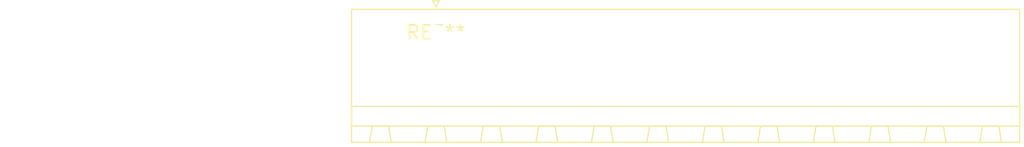
<source format=kicad_pcb>
(kicad_pcb (version 20240108) (generator pcbnew)
  (layers (0 "F.Cu" signal) (31 "B.Cu" signal) (34 "B.Paste" user) (35 "F.Paste" user) (36 "B.SilkS" user "B.Silkscreen") (37 "F.SilkS" user "F.Silkscreen") (38 "B.Mask" user) (39 "F.Mask" user) (44 "Edge.Cuts" user))
  (net 0 "")
  (footprint "PhoenixContact_MSTB_2,5_10-GF-5,08_1x10_P5.08mm_Horizontal_ThreadedFlange" (layer "F.Cu") (at 0 0)
    (property "Reference" "REF**")
    (property "Value" "PhoenixContact_MSTB_2,5_10-GF-5,08_1x10_P5.08mm_Horizontal_ThreadedFlange")
    (fp_line (start -7.73 -2.11) (end -7.73 10.11) (layer "F.SilkS") (stroke (width 0.12)))
    (fp_line (start -7.73 6.81) (end 53.45 6.81) (layer "F.SilkS") (stroke (width 0.12)))
    (fp_line (start -7.73 8.61) (end -7.73 6.81) (layer "F.SilkS") (stroke (width 0.12)))
    (fp_line (start -7.73 10.11) (end 53.45 10.11) (layer "F.SilkS") (stroke (width 0.12)))
    (fp_line (start -6.08 10.11) (end -4.08 10.11) (layer "F.SilkS") (stroke (width 0.12)))
    (fp_line (start -5.83 8.61) (end -6.08 10.11) (layer "F.SilkS") (stroke (width 0.12)))
    (fp_line (start -4.33 8.61) (end -5.83 8.61) (layer "F.SilkS") (stroke (width 0.12)))
    (fp_line (start -4.08 10.11) (end -4.33 8.61) (layer "F.SilkS") (stroke (width 0.12)))
    (fp_line (start -1 10.11) (end 1 10.11) (layer "F.SilkS") (stroke (width 0.12)))
    (fp_line (start -0.75 8.61) (end -1 10.11) (layer "F.SilkS") (stroke (width 0.12)))
    (fp_line (start -0.3 -2.91) (end 0.3 -2.91) (layer "F.SilkS") (stroke (width 0.12)))
    (fp_line (start 0 -2.31) (end -0.3 -2.91) (layer "F.SilkS") (stroke (width 0.12)))
    (fp_line (start 0.3 -2.91) (end 0 -2.31) (layer "F.SilkS") (stroke (width 0.12)))
    (fp_line (start 0.75 8.61) (end -0.75 8.61) (layer "F.SilkS") (stroke (width 0.12)))
    (fp_line (start 1 10.11) (end 0.75 8.61) (layer "F.SilkS") (stroke (width 0.12)))
    (fp_line (start 4.08 10.11) (end 6.08 10.11) (layer "F.SilkS") (stroke (width 0.12)))
    (fp_line (start 4.33 8.61) (end 4.08 10.11) (layer "F.SilkS") (stroke (width 0.12)))
    (fp_line (start 5.83 8.61) (end 4.33 8.61) (layer "F.SilkS") (stroke (width 0.12)))
    (fp_line (start 6.08 10.11) (end 5.83 8.61) (layer "F.SilkS") (stroke (width 0.12)))
    (fp_line (start 9.16 10.11) (end 11.16 10.11) (layer "F.SilkS") (stroke (width 0.12)))
    (fp_line (start 9.41 8.61) (end 9.16 10.11) (layer "F.SilkS") (stroke (width 0.12)))
    (fp_line (start 10.91 8.61) (end 9.41 8.61) (layer "F.SilkS") (stroke (width 0.12)))
    (fp_line (start 11.16 10.11) (end 10.91 8.61) (layer "F.SilkS") (stroke (width 0.12)))
    (fp_line (start 14.24 10.11) (end 16.24 10.11) (layer "F.SilkS") (stroke (width 0.12)))
    (fp_line (start 14.49 8.61) (end 14.24 10.11) (layer "F.SilkS") (stroke (width 0.12)))
    (fp_line (start 15.99 8.61) (end 14.49 8.61) (layer "F.SilkS") (stroke (width 0.12)))
    (fp_line (start 16.24 10.11) (end 15.99 8.61) (layer "F.SilkS") (stroke (width 0.12)))
    (fp_line (start 19.32 10.11) (end 21.32 10.11) (layer "F.SilkS") (stroke (width 0.12)))
    (fp_line (start 19.57 8.61) (end 19.32 10.11) (layer "F.SilkS") (stroke (width 0.12)))
    (fp_line (start 21.07 8.61) (end 19.57 8.61) (layer "F.SilkS") (stroke (width 0.12)))
    (fp_line (start 21.32 10.11) (end 21.07 8.61) (layer "F.SilkS") (stroke (width 0.12)))
    (fp_line (start 24.4 10.11) (end 26.4 10.11) (layer "F.SilkS") (stroke (width 0.12)))
    (fp_line (start 24.65 8.61) (end 24.4 10.11) (layer "F.SilkS") (stroke (width 0.12)))
    (fp_line (start 26.15 8.61) (end 24.65 8.61) (layer "F.SilkS") (stroke (width 0.12)))
    (fp_line (start 26.4 10.11) (end 26.15 8.61) (layer "F.SilkS") (stroke (width 0.12)))
    (fp_line (start 29.48 10.11) (end 31.48 10.11) (layer "F.SilkS") (stroke (width 0.12)))
    (fp_line (start 29.73 8.61) (end 29.48 10.11) (layer "F.SilkS") (stroke (width 0.12)))
    (fp_line (start 31.23 8.61) (end 29.73 8.61) (layer "F.SilkS") (stroke (width 0.12)))
    (fp_line (start 31.48 10.11) (end 31.23 8.61) (layer "F.SilkS") (stroke (width 0.12)))
    (fp_line (start 34.56 10.11) (end 36.56 10.11) (layer "F.SilkS") (stroke (width 0.12)))
    (fp_line (start 34.81 8.61) (end 34.56 10.11) (layer "F.SilkS") (stroke (width 0.12)))
    (fp_line (start 36.31 8.61) (end 34.81 8.61) (layer "F.SilkS") (stroke (width 0.12)))
    (fp_line (start 36.56 10.11) (end 36.31 8.61) (layer "F.SilkS") (stroke (width 0.12)))
    (fp_line (start 39.64 10.11) (end 41.64 10.11) (layer "F.SilkS") (stroke (width 0.12)))
    (fp_line (start 39.89 8.61) (end 39.64 10.11) (layer "F.SilkS") (stroke (width 0.12)))
    (fp_line (start 41.39 8.61) (end 39.89 8.61) (layer "F.SilkS") (stroke (width 0.12)))
    (fp_line (start 41.64 10.11) (end 41.39 8.61) (layer "F.SilkS") (stroke (width 0.12)))
    (fp_line (start 44.72 10.11) (end 46.72 10.11) (layer "F.SilkS") (stroke (width 0.12)))
    (fp_line (start 44.97 8.61) (end 44.72 10.11) (layer "F.SilkS") (stroke (width 0.12)))
    (fp_line (start 46.47 8.61) (end 44.97 8.61) (layer "F.SilkS") (stroke (width 0.12)))
    (fp_line (start 46.72 10.11) (end 46.47 8.61) (layer "F.SilkS") (stroke (width 0.12)))
    (fp_line (start 49.8 10.11) (end 51.8 10.11) (layer "F.SilkS") (stroke (width 0.12)))
    (fp_line (start 50.05 8.61) (end 49.8 10.11) (layer "F.SilkS") (stroke (width 0.12)))
    (fp_line (start 51.55 8.61) (end 50.05 8.61) (layer "F.SilkS") (stroke (width 0.12)))
    (fp_line (start 51.8 10.11) (end 51.55 8.61) (layer "F.SilkS") (stroke (width 0.12)))
    (fp_line (start 53.45 -2.11) (end -7.73 -2.11) (layer "F.SilkS") (stroke (width 0.12)))
    (fp_line (start 53.45 6.81) (end 53.45 8.61) (layer "F.SilkS") (stroke (width 0.12)))
    (fp_line (start 53.45 8.61) (end -7.73 8.61) (layer "F.SilkS") (stroke (width 0.12)))
    (fp_line (start 53.45 10.11) (end 53.45 -2.11) (layer "F.SilkS") (stroke (width 0.12)))
    (pad "1" thru_hole roundrect (at 0 0) (size 2.08 3.6) (drill 1.4) (layers *.Cu *.Mask) (remove_unused_layers) (roundrect_rratio 0.120192))
    (pad "2" thru_hole oval (at 5.08 0) (size 2.08 3.6) (drill 1.4) (layers *.Cu *.Mask) (remove_unused_layers))
    (pad "3" thru_hole oval (at 10.16 0) (size 2.08 3.6) (drill 1.4) (layers *.Cu *.Mask) (remove_unused_layers))
    (pad "4" thru_hole oval (at 15.24 0) (size 2.08 3.6) (drill 1.4) (layers *.Cu *.Mask) (remove_unused_layers))
    (pad "5" thru_hole oval (at 20.32 0) (size 2.08 3.6) (drill 1.4) (layers *.Cu *.Mask) (remove_unused_layers))
    (pad "6" thru_hole oval (at 25.4 0) (size 2.08 3.6) (drill 1.4) (layers *.Cu *.Mask) (remove_unused_layers))
    (pad "7" thru_hole oval (at 30.48 0) (size 2.08 3.6) (drill 1.4) (layers *.Cu *.Mask) (remove_unused_layers))
    (pad "8" thru_hole oval (at 35.56 0) (size 2.08 3.6) (drill 1.4) (layers *.Cu *.Mask) (remove_unused_layers))
    (pad "9" thru_hole oval (at 40.64 0) (size 2.08 3.6) (drill 1.4) (layers *.Cu *.Mask) (remove_unused_layers))
    (pad "10" thru_hole oval (at 45.72 0) (size 2.08 3.6) (drill 1.4) (layers *.Cu *.Mask) (remove_unused_layers))
  )
)
</source>
